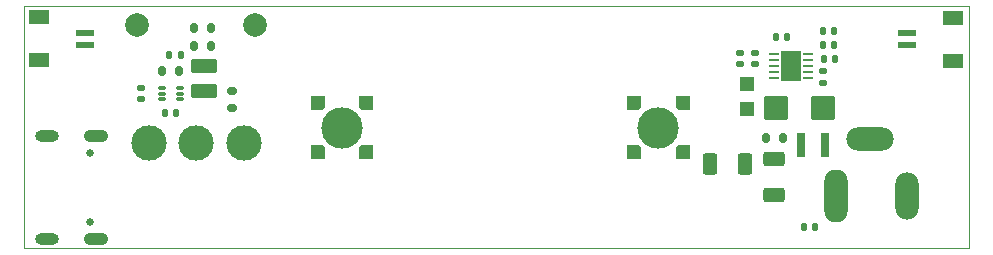
<source format=gbr>
%TF.GenerationSoftware,KiCad,Pcbnew,6.0.11+dfsg-1~bpo11+1*%
%TF.CreationDate,2023-04-14T13:04:02+02:00*%
%TF.ProjectId,IR-diode-general,49522d64-696f-4646-952d-67656e657261,rev?*%
%TF.SameCoordinates,Original*%
%TF.FileFunction,Soldermask,Bot*%
%TF.FilePolarity,Negative*%
%FSLAX46Y46*%
G04 Gerber Fmt 4.6, Leading zero omitted, Abs format (unit mm)*
G04 Created by KiCad (PCBNEW 6.0.11+dfsg-1~bpo11+1) date 2023-04-14 13:04:02 commit 5e22265*
%MOMM*%
%LPD*%
G01*
G04 APERTURE LIST*
G04 Aperture macros list*
%AMRoundRect*
0 Rectangle with rounded corners*
0 $1 Rounding radius*
0 $2 $3 $4 $5 $6 $7 $8 $9 X,Y pos of 4 corners*
0 Add a 4 corners polygon primitive as box body*
4,1,4,$2,$3,$4,$5,$6,$7,$8,$9,$2,$3,0*
0 Add four circle primitives for the rounded corners*
1,1,$1+$1,$2,$3*
1,1,$1+$1,$4,$5*
1,1,$1+$1,$6,$7*
1,1,$1+$1,$8,$9*
0 Add four rect primitives between the rounded corners*
20,1,$1+$1,$2,$3,$4,$5,0*
20,1,$1+$1,$4,$5,$6,$7,0*
20,1,$1+$1,$6,$7,$8,$9,0*
20,1,$1+$1,$8,$9,$2,$3,0*%
%AMFreePoly0*
4,1,6,0.615000,-0.615000,-0.391294,-0.615000,-0.615000,-0.391294,-0.615000,0.615000,0.615000,0.615000,0.615000,-0.615000,0.615000,-0.615000,$1*%
G04 Aperture macros list end*
%TA.AperFunction,Profile*%
%ADD10C,0.100000*%
%TD*%
%ADD11O,2.000000X4.500000*%
%ADD12O,4.000000X1.990000*%
%ADD13O,2.000000X4.000000*%
%ADD14C,0.650000*%
%ADD15O,2.100000X1.050000*%
%ADD16O,2.000000X1.000000*%
%ADD17C,2.000000*%
%ADD18C,3.000000*%
%ADD19RoundRect,0.147500X-0.147500X-0.172500X0.147500X-0.172500X0.147500X0.172500X-0.147500X0.172500X0*%
%ADD20RoundRect,0.075000X-0.225000X0.075000X-0.225000X-0.075000X0.225000X-0.075000X0.225000X0.075000X0*%
%ADD21RoundRect,0.250000X0.850000X-0.375000X0.850000X0.375000X-0.850000X0.375000X-0.850000X-0.375000X0*%
%ADD22RoundRect,0.147500X-0.172500X0.147500X-0.172500X-0.147500X0.172500X-0.147500X0.172500X0.147500X0*%
%ADD23RoundRect,0.147500X0.147500X0.172500X-0.147500X0.172500X-0.147500X-0.172500X0.147500X-0.172500X0*%
%ADD24FreePoly0,0.000000*%
%ADD25FreePoly0,90.000000*%
%ADD26FreePoly0,180.000000*%
%ADD27FreePoly0,270.000000*%
%ADD28C,3.500000*%
%ADD29RoundRect,0.120000X0.280000X-0.180000X0.280000X0.180000X-0.280000X0.180000X-0.280000X-0.180000X0*%
%ADD30RoundRect,0.147500X0.172500X-0.147500X0.172500X0.147500X-0.172500X0.147500X-0.172500X-0.147500X0*%
%ADD31R,1.200000X1.200000*%
%ADD32R,0.807999X0.254800*%
%ADD33R,1.752600X2.540000*%
%ADD34RoundRect,0.120000X-0.180000X-0.280000X0.180000X-0.280000X0.180000X0.280000X-0.180000X0.280000X0*%
%ADD35RoundRect,0.120000X0.180000X0.280000X-0.180000X0.280000X-0.180000X-0.280000X0.180000X-0.280000X0*%
%ADD36RoundRect,0.180000X-0.720000X0.420000X-0.720000X-0.420000X0.720000X-0.420000X0.720000X0.420000X0*%
%ADD37R,1.550000X0.600000*%
%ADD38R,1.800000X1.200000*%
%ADD39RoundRect,0.200000X0.800000X0.850000X-0.800000X0.850000X-0.800000X-0.850000X0.800000X-0.850000X0*%
%ADD40RoundRect,0.180000X0.420000X0.720000X-0.420000X0.720000X-0.420000X-0.720000X0.420000X-0.720000X0*%
%ADD41R,0.800000X2.000000*%
G04 APERTURE END LIST*
D10*
X85000000Y-40500000D02*
X165000000Y-40500000D01*
X165000000Y-40500000D02*
X165000000Y-61000000D01*
X165000000Y-61000000D02*
X85000000Y-61000000D01*
X85000000Y-61000000D02*
X85000000Y-40500000D01*
D11*
%TO.C,J1*%
X153700000Y-56600000D03*
D12*
X156648000Y-51721000D03*
D13*
X159699000Y-56600000D03*
%TD*%
D14*
%TO.C,J2*%
X90585645Y-58740000D03*
X90585645Y-52959000D03*
D15*
X91085645Y-51529000D03*
D16*
X86904645Y-51529000D03*
D15*
X91085645Y-60170000D03*
D16*
X86904645Y-60170000D03*
%TD*%
D17*
%TO.C,POT1*%
X94574600Y-42111800D03*
X104574600Y-42111800D03*
D18*
X95574600Y-52111800D03*
X99574600Y-52111800D03*
X103574600Y-52111800D03*
%TD*%
D19*
%TO.C,R8*%
X97265000Y-44600000D03*
X98235000Y-44600000D03*
%TD*%
D20*
%TO.C,U2*%
X98198000Y-47400000D03*
X98198000Y-47900000D03*
X98198000Y-48398000D03*
X96700000Y-48398000D03*
X96700000Y-47900000D03*
X96700000Y-47400000D03*
%TD*%
D21*
%TO.C,L2*%
X100200000Y-47675000D03*
X100200000Y-45525000D03*
%TD*%
D22*
%TO.C,R3*%
X146850000Y-44464000D03*
X146850000Y-45434000D03*
%TD*%
D23*
%TO.C,C4*%
X149584000Y-43150000D03*
X148616000Y-43150000D03*
%TD*%
D24*
%TO.C,D2*%
X113976500Y-48717200D03*
D25*
X109861700Y-48717200D03*
D26*
X109861700Y-52882800D03*
D27*
X113976500Y-52882800D03*
D28*
X111893700Y-50850800D03*
%TD*%
D29*
%TO.C,R5*%
X102550000Y-49100000D03*
X102550000Y-47700000D03*
%TD*%
D23*
%TO.C,C5*%
X153584000Y-43800000D03*
X152616000Y-43800000D03*
%TD*%
D30*
%TO.C,R9*%
X94900000Y-48385000D03*
X94900000Y-47415000D03*
%TD*%
D31*
%TO.C,C1*%
X146200000Y-47100000D03*
X146200000Y-49200000D03*
%TD*%
D23*
%TO.C,R2*%
X153585000Y-42600000D03*
X152615000Y-42600000D03*
%TD*%
D32*
%TO.C,U1*%
X148504600Y-46550001D03*
X148504600Y-46049999D03*
X148504600Y-45550000D03*
X148504600Y-45050001D03*
X148504600Y-44549999D03*
X151395400Y-44549999D03*
X151395400Y-45050001D03*
X151395400Y-45550000D03*
X151395400Y-46049999D03*
X151395400Y-46550001D03*
D33*
X149950000Y-45550000D03*
%TD*%
D34*
%TO.C,C2*%
X147800000Y-51650000D03*
X149200000Y-51650000D03*
%TD*%
D23*
%TO.C,C8*%
X153684000Y-44950000D03*
X152716000Y-44950000D03*
%TD*%
D24*
%TO.C,D3*%
X140776500Y-48717200D03*
D25*
X136661700Y-48717200D03*
D26*
X136661700Y-52882800D03*
D27*
X140776500Y-52882800D03*
D28*
X138693700Y-50850800D03*
%TD*%
D35*
%TO.C,C11*%
X100800000Y-42350000D03*
X99400000Y-42350000D03*
%TD*%
D36*
%TO.C,R7*%
X148500000Y-53450000D03*
X148500000Y-56449000D03*
%TD*%
D37*
%TO.C,U3*%
X159775000Y-42800000D03*
X159775000Y-43800000D03*
D38*
X163650000Y-41500000D03*
X163650000Y-45100000D03*
%TD*%
D19*
%TO.C,C9*%
X151016000Y-59200000D03*
X151984000Y-59200000D03*
%TD*%
D39*
%TO.C,D1*%
X148651000Y-49100000D03*
X152650000Y-49100000D03*
%TD*%
D19*
%TO.C,C7*%
X96916000Y-49550000D03*
X97884000Y-49550000D03*
%TD*%
D37*
%TO.C,U4*%
X90125000Y-43750000D03*
X90125000Y-42750000D03*
D38*
X86250000Y-45050000D03*
X86250000Y-41450000D03*
%TD*%
D40*
%TO.C,R1*%
X146050000Y-53900000D03*
X143051000Y-53900000D03*
%TD*%
D30*
%TO.C,C3*%
X152650000Y-46984000D03*
X152650000Y-46016000D03*
%TD*%
%TO.C,R4*%
X145600000Y-45434000D03*
X145600000Y-44464000D03*
%TD*%
D34*
%TO.C,C6*%
X96700000Y-45950000D03*
X98100000Y-45950000D03*
%TD*%
D35*
%TO.C,C10*%
X100800000Y-43850000D03*
X99400000Y-43850000D03*
%TD*%
D41*
%TO.C,L1*%
X152800000Y-52250000D03*
X150800000Y-52250000D03*
%TD*%
M02*

</source>
